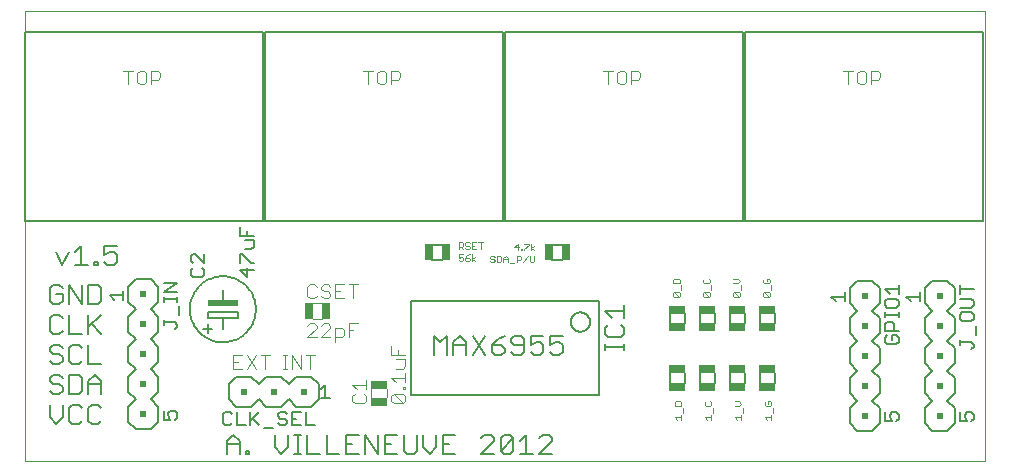
<source format=gto>
G75*
G70*
%OFA0B0*%
%FSLAX24Y24*%
%IPPOS*%
%LPD*%
%AMOC8*
5,1,8,0,0,1.08239X$1,22.5*
%
%ADD10C,0.0000*%
%ADD11C,0.0060*%
%ADD12C,0.0040*%
%ADD13C,0.0050*%
%ADD14C,0.0070*%
%ADD15R,0.0571X0.0295*%
%ADD16R,0.1000X0.0200*%
%ADD17R,0.0295X0.0571*%
%ADD18C,0.0020*%
%ADD19R,0.0256X0.0551*%
%ADD20R,0.0200X0.0200*%
%ADD21R,0.0551X0.0256*%
D10*
X000500Y000180D02*
X000500Y015176D01*
X032520Y015176D01*
X032520Y000180D01*
X000500Y000180D01*
D11*
X001544Y001410D02*
X001757Y001624D01*
X001757Y002051D01*
X001975Y001944D02*
X001975Y001517D01*
X002081Y001410D01*
X002295Y001410D01*
X002402Y001517D01*
X002619Y001517D02*
X002726Y001410D01*
X002939Y001410D01*
X003046Y001517D01*
X002619Y001517D02*
X002619Y001944D01*
X002726Y002051D01*
X002939Y002051D01*
X003046Y001944D01*
X002402Y001944D02*
X002295Y002051D01*
X002081Y002051D01*
X001975Y001944D01*
X001330Y002051D02*
X001330Y001624D01*
X001544Y001410D01*
X001650Y002410D02*
X001437Y002410D01*
X001330Y002517D01*
X001437Y002730D02*
X001650Y002730D01*
X001757Y002624D01*
X001757Y002517D01*
X001650Y002410D01*
X001975Y002410D02*
X002295Y002410D01*
X002402Y002517D01*
X002402Y002944D01*
X002295Y003051D01*
X001975Y003051D01*
X001975Y002410D01*
X001437Y002730D02*
X001330Y002837D01*
X001330Y002944D01*
X001437Y003051D01*
X001650Y003051D01*
X001757Y002944D01*
X001650Y003410D02*
X001437Y003410D01*
X001330Y003517D01*
X001650Y003410D02*
X001757Y003517D01*
X001757Y003624D01*
X001650Y003730D01*
X001437Y003730D01*
X001330Y003837D01*
X001330Y003944D01*
X001437Y004051D01*
X001650Y004051D01*
X001757Y003944D01*
X001975Y003944D02*
X002081Y004051D01*
X002295Y004051D01*
X002402Y003944D01*
X002619Y004051D02*
X002619Y003410D01*
X003046Y003410D01*
X002402Y003517D02*
X002295Y003410D01*
X002081Y003410D01*
X001975Y003517D01*
X001975Y003944D01*
X001975Y004410D02*
X002402Y004410D01*
X002619Y004410D02*
X002619Y005051D01*
X002619Y004624D02*
X003046Y005051D01*
X002726Y004730D02*
X003046Y004410D01*
X003950Y004480D02*
X004200Y004230D01*
X003950Y003980D01*
X003950Y003480D01*
X004200Y003230D01*
X003950Y002980D01*
X003950Y002480D01*
X004200Y002230D01*
X003950Y001980D01*
X003950Y001480D01*
X004200Y001230D01*
X004700Y001230D01*
X004950Y001480D01*
X004950Y001980D01*
X004700Y002230D01*
X004950Y002480D01*
X004950Y002980D01*
X004700Y003230D01*
X004950Y003480D01*
X004950Y003980D01*
X004700Y004230D01*
X004950Y004480D01*
X004950Y004980D01*
X004700Y005230D01*
X004950Y005480D01*
X004950Y005980D01*
X004700Y006230D01*
X004200Y006230D01*
X003950Y005980D01*
X003950Y005480D01*
X004200Y005230D01*
X003950Y004980D01*
X003950Y004480D01*
X002939Y005410D02*
X003046Y005517D01*
X003046Y005944D01*
X002939Y006051D01*
X002619Y006051D01*
X002619Y005410D01*
X002939Y005410D01*
X002402Y005410D02*
X002402Y006051D01*
X001975Y006051D02*
X002402Y005410D01*
X001975Y005410D02*
X001975Y006051D01*
X001757Y005944D02*
X001650Y006051D01*
X001437Y006051D01*
X001330Y005944D01*
X001330Y005517D01*
X001437Y005410D01*
X001650Y005410D01*
X001757Y005517D01*
X001757Y005730D01*
X001544Y005730D01*
X001650Y005051D02*
X001437Y005051D01*
X001330Y004944D01*
X001330Y004517D01*
X001437Y004410D01*
X001650Y004410D01*
X001757Y004517D01*
X001975Y004410D02*
X001975Y005051D01*
X001757Y004944D02*
X001650Y005051D01*
X001744Y006710D02*
X001957Y007137D01*
X002175Y007137D02*
X002388Y007351D01*
X002388Y006710D01*
X002175Y006710D02*
X002602Y006710D01*
X002819Y006710D02*
X002819Y006817D01*
X002926Y006817D01*
X002926Y006710D01*
X002819Y006710D01*
X003141Y006817D02*
X003248Y006710D01*
X003462Y006710D01*
X003568Y006817D01*
X003568Y007030D01*
X003462Y007137D01*
X003355Y007137D01*
X003141Y007030D01*
X003141Y007351D01*
X003568Y007351D01*
X001744Y006710D02*
X001530Y007137D01*
X006600Y005130D02*
X006600Y004930D01*
X007100Y004930D01*
X007600Y004930D01*
X007600Y005130D01*
X006600Y005130D01*
X006000Y005230D02*
X006002Y005296D01*
X006008Y005361D01*
X006018Y005426D01*
X006031Y005491D01*
X006049Y005554D01*
X006070Y005617D01*
X006095Y005677D01*
X006124Y005737D01*
X006156Y005794D01*
X006191Y005850D01*
X006230Y005903D01*
X006272Y005954D01*
X006316Y006002D01*
X006364Y006047D01*
X006414Y006090D01*
X006467Y006129D01*
X006522Y006166D01*
X006579Y006199D01*
X006638Y006228D01*
X006698Y006254D01*
X006760Y006276D01*
X006823Y006295D01*
X006887Y006309D01*
X006952Y006320D01*
X007018Y006327D01*
X007084Y006330D01*
X007149Y006329D01*
X007215Y006324D01*
X007280Y006315D01*
X007345Y006302D01*
X007408Y006286D01*
X007471Y006266D01*
X007532Y006241D01*
X007592Y006214D01*
X007650Y006183D01*
X007706Y006148D01*
X007760Y006110D01*
X007811Y006069D01*
X007860Y006025D01*
X007906Y005978D01*
X007950Y005929D01*
X007990Y005877D01*
X008027Y005822D01*
X008061Y005766D01*
X008091Y005707D01*
X008118Y005647D01*
X008141Y005586D01*
X008160Y005523D01*
X008176Y005459D01*
X008188Y005394D01*
X008196Y005329D01*
X008200Y005263D01*
X008200Y005197D01*
X008196Y005131D01*
X008188Y005066D01*
X008176Y005001D01*
X008160Y004937D01*
X008141Y004874D01*
X008118Y004813D01*
X008091Y004753D01*
X008061Y004694D01*
X008027Y004638D01*
X007990Y004583D01*
X007950Y004531D01*
X007906Y004482D01*
X007860Y004435D01*
X007811Y004391D01*
X007760Y004350D01*
X007706Y004312D01*
X007650Y004277D01*
X007592Y004246D01*
X007532Y004219D01*
X007471Y004194D01*
X007408Y004174D01*
X007345Y004158D01*
X007280Y004145D01*
X007215Y004136D01*
X007149Y004131D01*
X007084Y004130D01*
X007018Y004133D01*
X006952Y004140D01*
X006887Y004151D01*
X006823Y004165D01*
X006760Y004184D01*
X006698Y004206D01*
X006638Y004232D01*
X006579Y004261D01*
X006522Y004294D01*
X006467Y004331D01*
X006414Y004370D01*
X006364Y004413D01*
X006316Y004458D01*
X006272Y004506D01*
X006230Y004557D01*
X006191Y004610D01*
X006156Y004666D01*
X006124Y004723D01*
X006095Y004783D01*
X006070Y004843D01*
X006049Y004906D01*
X006031Y004969D01*
X006018Y005034D01*
X006008Y005099D01*
X006002Y005164D01*
X006000Y005230D01*
X007100Y005480D02*
X007100Y005880D01*
X007100Y004930D02*
X007100Y004580D01*
X006750Y004580D02*
X006600Y004580D01*
X006450Y004580D01*
X006600Y004580D02*
X006600Y004430D01*
X006600Y004580D02*
X006600Y004730D01*
X007550Y002980D02*
X008050Y002980D01*
X008300Y002730D01*
X008550Y002980D01*
X009050Y002980D01*
X009300Y002730D01*
X009550Y002980D01*
X010050Y002980D01*
X010300Y002730D01*
X010300Y002230D01*
X010050Y001980D01*
X009550Y001980D01*
X009300Y002230D01*
X009050Y001980D01*
X008550Y001980D01*
X008300Y002230D01*
X008050Y001980D01*
X007550Y001980D01*
X007300Y002230D01*
X007300Y002730D01*
X007550Y002980D01*
X007444Y001051D02*
X007657Y000837D01*
X007657Y000410D01*
X007875Y000410D02*
X007875Y000517D01*
X007981Y000517D01*
X007981Y000410D01*
X007875Y000410D01*
X007657Y000730D02*
X007230Y000730D01*
X007230Y000837D02*
X007444Y001051D01*
X007230Y000837D02*
X007230Y000410D01*
X008841Y000624D02*
X009055Y000410D01*
X009268Y000624D01*
X009268Y001051D01*
X009486Y001051D02*
X009699Y001051D01*
X009593Y001051D02*
X009593Y000410D01*
X009699Y000410D02*
X009486Y000410D01*
X009916Y000410D02*
X010343Y000410D01*
X010560Y000410D02*
X010987Y000410D01*
X011205Y000410D02*
X011632Y000410D01*
X011849Y000410D02*
X011849Y001051D01*
X012276Y000410D01*
X012276Y001051D01*
X012494Y001051D02*
X012494Y000410D01*
X012921Y000410D01*
X013138Y000517D02*
X013245Y000410D01*
X013459Y000410D01*
X013565Y000517D01*
X013565Y001051D01*
X013783Y001051D02*
X013783Y000624D01*
X013996Y000410D01*
X014210Y000624D01*
X014210Y001051D01*
X014427Y001051D02*
X014427Y000410D01*
X014855Y000410D01*
X014641Y000730D02*
X014427Y000730D01*
X014427Y001051D02*
X014855Y001051D01*
X015717Y000944D02*
X015823Y001051D01*
X016037Y001051D01*
X016144Y000944D01*
X016144Y000837D01*
X015717Y000410D01*
X016144Y000410D01*
X016361Y000517D02*
X016788Y000944D01*
X016788Y000517D01*
X016681Y000410D01*
X016468Y000410D01*
X016361Y000517D01*
X016361Y000944D01*
X016468Y001051D01*
X016681Y001051D01*
X016788Y000944D01*
X017006Y000837D02*
X017219Y001051D01*
X017219Y000410D01*
X017006Y000410D02*
X017433Y000410D01*
X017650Y000410D02*
X018077Y000837D01*
X018077Y000944D01*
X017970Y001051D01*
X017757Y001051D01*
X017650Y000944D01*
X017650Y000410D02*
X018077Y000410D01*
X019625Y002375D02*
X019625Y005513D01*
X013375Y005513D01*
X013375Y002375D01*
X019625Y002375D01*
X022000Y002769D02*
X022000Y003091D01*
X022500Y003091D02*
X022500Y002769D01*
X023000Y002769D02*
X023000Y003091D01*
X023500Y003091D02*
X023500Y002769D01*
X024000Y002769D02*
X024000Y003091D01*
X024500Y003091D02*
X024500Y002769D01*
X025000Y002769D02*
X025000Y003091D01*
X025500Y003091D02*
X025500Y002769D01*
X028000Y002930D02*
X028000Y002430D01*
X028250Y002180D01*
X028000Y001930D01*
X028000Y001430D01*
X028250Y001180D01*
X028750Y001180D01*
X029000Y001430D01*
X029000Y001930D01*
X028750Y002180D01*
X029000Y002430D01*
X029000Y002930D01*
X028750Y003180D01*
X029000Y003430D01*
X029000Y003930D01*
X028750Y004180D01*
X029000Y004430D01*
X029000Y004930D01*
X028750Y005180D01*
X029000Y005430D01*
X029000Y005930D01*
X028750Y006180D01*
X028250Y006180D01*
X028000Y005930D01*
X028000Y005430D01*
X028250Y005180D01*
X028000Y004930D01*
X028000Y004430D01*
X028250Y004180D01*
X028000Y003930D01*
X028000Y003430D01*
X028250Y003180D01*
X028000Y002930D01*
X030500Y002930D02*
X030500Y002430D01*
X030750Y002180D01*
X030500Y001930D01*
X030500Y001430D01*
X030750Y001180D01*
X031250Y001180D01*
X031500Y001430D01*
X031500Y001930D01*
X031250Y002180D01*
X031500Y002430D01*
X031500Y002930D01*
X031250Y003180D01*
X031500Y003430D01*
X031500Y003930D01*
X031250Y004180D01*
X031500Y004430D01*
X031500Y004930D01*
X031250Y005180D01*
X031500Y005430D01*
X031500Y005930D01*
X031250Y006180D01*
X030750Y006180D01*
X030500Y005930D01*
X030500Y005430D01*
X030750Y005180D01*
X030500Y004930D01*
X030500Y004430D01*
X030750Y004180D01*
X030500Y003930D01*
X030500Y003430D01*
X030750Y003180D01*
X030500Y002930D01*
X025500Y004769D02*
X025500Y005091D01*
X025000Y005091D02*
X025000Y004769D01*
X024500Y004769D02*
X024500Y005091D01*
X024000Y005091D02*
X024000Y004769D01*
X023500Y004769D02*
X023500Y005091D01*
X023000Y005091D02*
X023000Y004769D01*
X022500Y004769D02*
X022500Y005091D01*
X022000Y005091D02*
X022000Y004769D01*
X018705Y004805D02*
X018707Y004840D01*
X018713Y004875D01*
X018722Y004909D01*
X018736Y004942D01*
X018752Y004973D01*
X018772Y005002D01*
X018796Y005028D01*
X018822Y005052D01*
X018850Y005073D01*
X018881Y005091D01*
X018913Y005105D01*
X018946Y005115D01*
X018981Y005122D01*
X019016Y005125D01*
X019051Y005124D01*
X019086Y005119D01*
X019121Y005110D01*
X019154Y005098D01*
X019185Y005082D01*
X019215Y005063D01*
X019242Y005040D01*
X019266Y005015D01*
X019288Y004987D01*
X019306Y004957D01*
X019321Y004925D01*
X019333Y004892D01*
X019341Y004858D01*
X019345Y004823D01*
X019345Y004787D01*
X019341Y004752D01*
X019333Y004718D01*
X019321Y004685D01*
X019306Y004653D01*
X019288Y004623D01*
X019266Y004595D01*
X019242Y004570D01*
X019215Y004547D01*
X019185Y004528D01*
X019154Y004512D01*
X019121Y004500D01*
X019086Y004491D01*
X019051Y004486D01*
X019016Y004485D01*
X018981Y004488D01*
X018946Y004495D01*
X018913Y004505D01*
X018881Y004519D01*
X018850Y004537D01*
X018822Y004558D01*
X018796Y004582D01*
X018772Y004608D01*
X018752Y004637D01*
X018736Y004668D01*
X018722Y004701D01*
X018713Y004735D01*
X018707Y004770D01*
X018705Y004805D01*
X018411Y006880D02*
X018089Y006880D01*
X018089Y007380D02*
X018411Y007380D01*
X014411Y007380D02*
X014089Y007380D01*
X014089Y006880D02*
X014411Y006880D01*
X003046Y002837D02*
X003046Y002410D01*
X002619Y002410D02*
X002619Y002837D01*
X002833Y003051D01*
X003046Y002837D01*
X003046Y002730D02*
X002619Y002730D01*
X008841Y001051D02*
X008841Y000624D01*
X009916Y000410D02*
X009916Y001051D01*
X010560Y001051D02*
X010560Y000410D01*
X011205Y000410D02*
X011205Y001051D01*
X011632Y001051D01*
X011418Y000730D02*
X011205Y000730D01*
X012494Y000730D02*
X012707Y000730D01*
X012921Y001051D02*
X012494Y001051D01*
X013138Y001051D02*
X013138Y000517D01*
D12*
X013103Y002100D02*
X012796Y002100D01*
X012720Y002177D01*
X012720Y002330D01*
X012796Y002407D01*
X013103Y002100D01*
X013180Y002177D01*
X013180Y002330D01*
X013103Y002407D01*
X012796Y002407D01*
X012560Y002290D02*
X012560Y002580D01*
X012873Y002791D02*
X012720Y002944D01*
X013180Y002944D01*
X013180Y002791D02*
X013180Y003098D01*
X013103Y003251D02*
X012873Y003251D01*
X013103Y003251D02*
X013180Y003328D01*
X013180Y003558D01*
X012873Y003558D01*
X012950Y003711D02*
X012950Y003865D01*
X013180Y003711D02*
X012720Y003711D01*
X012720Y004018D01*
X011455Y004530D02*
X011301Y004530D01*
X011148Y004530D02*
X011148Y004377D01*
X011071Y004300D01*
X010841Y004300D01*
X010841Y004147D02*
X010841Y004607D01*
X011071Y004607D01*
X011148Y004530D01*
X011301Y004300D02*
X011301Y004760D01*
X011608Y004760D01*
X010687Y004684D02*
X010687Y004607D01*
X010380Y004300D01*
X010687Y004300D01*
X010227Y004300D02*
X009920Y004300D01*
X010227Y004607D01*
X010227Y004684D01*
X010150Y004760D01*
X009997Y004760D01*
X009920Y004684D01*
X010380Y004684D02*
X010457Y004760D01*
X010611Y004760D01*
X010687Y004684D01*
X010400Y004920D02*
X010110Y004920D01*
X010100Y005440D02*
X010400Y005440D01*
X010457Y005600D02*
X010380Y005677D01*
X010457Y005600D02*
X010611Y005600D01*
X010687Y005677D01*
X010687Y005753D01*
X010611Y005830D01*
X010457Y005830D01*
X010380Y005907D01*
X010380Y005984D01*
X010457Y006060D01*
X010611Y006060D01*
X010687Y005984D01*
X010841Y006060D02*
X010841Y005600D01*
X011148Y005600D01*
X010994Y005830D02*
X010841Y005830D01*
X010841Y006060D02*
X011148Y006060D01*
X011301Y006060D02*
X011608Y006060D01*
X011455Y006060D02*
X011455Y005600D01*
X010227Y005677D02*
X010150Y005600D01*
X009997Y005600D01*
X009920Y005677D01*
X009920Y005984D01*
X009997Y006060D01*
X010150Y006060D01*
X010227Y005984D01*
X010167Y003710D02*
X009860Y003710D01*
X010013Y003710D02*
X010013Y003250D01*
X009706Y003250D02*
X009706Y003710D01*
X009399Y003710D02*
X009706Y003250D01*
X009399Y003250D02*
X009399Y003710D01*
X009246Y003710D02*
X009092Y003710D01*
X009169Y003710D02*
X009169Y003250D01*
X009092Y003250D02*
X009246Y003250D01*
X008513Y003250D02*
X008513Y003710D01*
X008360Y003710D02*
X008667Y003710D01*
X008206Y003710D02*
X007899Y003250D01*
X007746Y003250D02*
X007439Y003250D01*
X007439Y003710D01*
X007746Y003710D01*
X007899Y003710D02*
X008206Y003250D01*
X007592Y003480D02*
X007439Y003480D01*
X011420Y002714D02*
X011880Y002714D01*
X011880Y002867D02*
X011880Y002560D01*
X012040Y002580D02*
X012040Y002280D01*
X011880Y002330D02*
X011880Y002177D01*
X011803Y002100D01*
X011496Y002100D01*
X011420Y002177D01*
X011420Y002330D01*
X011496Y002407D01*
X011573Y002560D02*
X011420Y002714D01*
X011803Y002407D02*
X011880Y002330D01*
X013103Y002560D02*
X013103Y002637D01*
X013180Y002637D01*
X013180Y002560D01*
X013103Y002560D01*
X012709Y012728D02*
X012709Y013188D01*
X012939Y013188D01*
X013015Y013111D01*
X013015Y012958D01*
X012939Y012881D01*
X012709Y012881D01*
X012555Y012804D02*
X012555Y013111D01*
X012478Y013188D01*
X012325Y013188D01*
X012248Y013111D01*
X012248Y012804D01*
X012325Y012728D01*
X012478Y012728D01*
X012555Y012804D01*
X012095Y013188D02*
X011788Y013188D01*
X011941Y013188D02*
X011941Y012728D01*
X005015Y012958D02*
X004939Y012881D01*
X004709Y012881D01*
X004709Y012728D02*
X004709Y013188D01*
X004939Y013188D01*
X005015Y013111D01*
X005015Y012958D01*
X004555Y013111D02*
X004555Y012804D01*
X004478Y012728D01*
X004325Y012728D01*
X004248Y012804D01*
X004248Y013111D01*
X004325Y013188D01*
X004478Y013188D01*
X004555Y013111D01*
X004095Y013188D02*
X003788Y013188D01*
X003941Y013188D02*
X003941Y012728D01*
X019788Y013188D02*
X020095Y013188D01*
X019941Y013188D02*
X019941Y012728D01*
X020248Y012804D02*
X020325Y012728D01*
X020478Y012728D01*
X020555Y012804D01*
X020555Y013111D01*
X020478Y013188D01*
X020325Y013188D01*
X020248Y013111D01*
X020248Y012804D01*
X020709Y012728D02*
X020709Y013188D01*
X020939Y013188D01*
X021015Y013111D01*
X021015Y012958D01*
X020939Y012881D01*
X020709Y012881D01*
X027788Y013188D02*
X028095Y013188D01*
X027941Y013188D02*
X027941Y012728D01*
X028248Y012804D02*
X028325Y012728D01*
X028478Y012728D01*
X028555Y012804D01*
X028555Y013111D01*
X028478Y013188D01*
X028325Y013188D01*
X028248Y013111D01*
X028248Y012804D01*
X028709Y012728D02*
X028709Y013188D01*
X028939Y013188D01*
X029015Y013111D01*
X029015Y012958D01*
X028939Y012881D01*
X028709Y012881D01*
D13*
X032453Y014479D02*
X024500Y014479D01*
X024500Y008180D01*
X032453Y008180D01*
X032453Y014479D01*
X024453Y014479D02*
X016500Y014479D01*
X016500Y008180D01*
X024453Y008180D01*
X024453Y014479D01*
X016453Y014479D02*
X008500Y014479D01*
X008500Y008180D01*
X016453Y008180D01*
X016453Y014479D01*
X008453Y014479D02*
X000500Y014479D01*
X000500Y008180D01*
X008453Y008180D01*
X008453Y014479D01*
X007675Y007986D02*
X007675Y007686D01*
X008125Y007686D01*
X007900Y007686D02*
X007900Y007836D01*
X007825Y007526D02*
X008125Y007526D01*
X008125Y007301D01*
X008050Y007226D01*
X007825Y007226D01*
X007750Y007066D02*
X008050Y006765D01*
X008125Y006765D01*
X007900Y006605D02*
X007900Y006305D01*
X007675Y006530D01*
X008125Y006530D01*
X007675Y006765D02*
X007675Y007066D01*
X007750Y007066D01*
X006475Y007066D02*
X006475Y006765D01*
X006175Y007066D01*
X006100Y007066D01*
X006025Y006991D01*
X006025Y006840D01*
X006100Y006765D01*
X006100Y006605D02*
X006025Y006530D01*
X006025Y006380D01*
X006100Y006305D01*
X006400Y006305D01*
X006475Y006380D01*
X006475Y006530D01*
X006400Y006605D01*
X005575Y006095D02*
X005125Y006095D01*
X005125Y005795D02*
X005575Y006095D01*
X005575Y005795D02*
X005125Y005795D01*
X005125Y005638D02*
X005125Y005488D01*
X005125Y005563D02*
X005575Y005563D01*
X005575Y005488D02*
X005575Y005638D01*
X005650Y005328D02*
X005650Y005027D01*
X005500Y004792D02*
X005125Y004792D01*
X005125Y004717D02*
X005125Y004867D01*
X005500Y004792D02*
X005575Y004717D01*
X005575Y004642D01*
X005500Y004567D01*
X003775Y005545D02*
X003775Y005845D01*
X003775Y005695D02*
X003325Y005695D01*
X003475Y005545D01*
X010365Y002555D02*
X010515Y002705D01*
X010515Y002255D01*
X010365Y002255D02*
X010665Y002255D01*
X009865Y001805D02*
X009865Y001355D01*
X010165Y001355D01*
X009704Y001355D02*
X009404Y001355D01*
X009404Y001805D01*
X009704Y001805D01*
X009554Y001580D02*
X009404Y001580D01*
X009244Y001505D02*
X009169Y001580D01*
X009019Y001580D01*
X008944Y001655D01*
X008944Y001730D01*
X009019Y001805D01*
X009169Y001805D01*
X009244Y001730D01*
X009244Y001505D02*
X009244Y001430D01*
X009169Y001355D01*
X009019Y001355D01*
X008944Y001430D01*
X008784Y001280D02*
X008483Y001280D01*
X008323Y001355D02*
X008098Y001580D01*
X008023Y001505D02*
X008323Y001805D01*
X008023Y001805D02*
X008023Y001355D01*
X007863Y001355D02*
X007563Y001355D01*
X007563Y001805D01*
X007403Y001730D02*
X007327Y001805D01*
X007177Y001805D01*
X007102Y001730D01*
X007102Y001430D01*
X007177Y001355D01*
X007327Y001355D01*
X007403Y001430D01*
X005575Y001620D02*
X005500Y001545D01*
X005575Y001620D02*
X005575Y001770D01*
X005500Y001845D01*
X005350Y001845D01*
X005275Y001770D01*
X005275Y001695D01*
X005350Y001545D01*
X005125Y001545D01*
X005125Y001845D01*
X027375Y005645D02*
X027825Y005645D01*
X027825Y005495D02*
X027825Y005795D01*
X027525Y005495D02*
X027375Y005645D01*
X029175Y005509D02*
X029175Y005359D01*
X029250Y005284D01*
X029550Y005284D01*
X029625Y005359D01*
X029625Y005509D01*
X029550Y005584D01*
X029250Y005584D01*
X029175Y005509D01*
X029325Y005745D02*
X029175Y005895D01*
X029625Y005895D01*
X029625Y005745D02*
X029625Y006045D01*
X030325Y005795D02*
X030325Y005495D01*
X030325Y005645D02*
X029875Y005645D01*
X030025Y005495D01*
X029625Y005127D02*
X029625Y004977D01*
X029625Y005052D02*
X029175Y005052D01*
X029175Y004977D02*
X029175Y005127D01*
X029250Y004817D02*
X029400Y004817D01*
X029475Y004742D01*
X029475Y004517D01*
X029625Y004517D02*
X029175Y004517D01*
X029175Y004742D01*
X029250Y004817D01*
X029250Y004357D02*
X029175Y004282D01*
X029175Y004132D01*
X029250Y004056D01*
X029550Y004056D01*
X029625Y004132D01*
X029625Y004282D01*
X029550Y004357D01*
X029400Y004357D01*
X029400Y004207D01*
X031675Y004203D02*
X031675Y004053D01*
X031675Y004128D02*
X032050Y004128D01*
X032125Y004053D01*
X032125Y003978D01*
X032050Y003903D01*
X032200Y004363D02*
X032200Y004664D01*
X032050Y004824D02*
X031750Y004824D01*
X031675Y004899D01*
X031675Y005049D01*
X031750Y005124D01*
X032050Y005124D01*
X032125Y005049D01*
X032125Y004899D01*
X032050Y004824D01*
X032050Y005284D02*
X031675Y005284D01*
X031675Y005584D02*
X032050Y005584D01*
X032125Y005509D01*
X032125Y005359D01*
X032050Y005284D01*
X031675Y005745D02*
X031675Y006045D01*
X031675Y005895D02*
X032125Y005895D01*
X032050Y001795D02*
X031900Y001795D01*
X031825Y001720D01*
X031825Y001645D01*
X031900Y001495D01*
X031675Y001495D01*
X031675Y001795D01*
X032050Y001795D02*
X032125Y001720D01*
X032125Y001570D01*
X032050Y001495D01*
X029625Y001570D02*
X029550Y001495D01*
X029625Y001570D02*
X029625Y001720D01*
X029550Y001795D01*
X029400Y001795D01*
X029325Y001720D01*
X029325Y001645D01*
X029400Y001495D01*
X029175Y001495D01*
X029175Y001795D01*
D14*
X020480Y003871D02*
X020480Y004081D01*
X020480Y003976D02*
X019849Y003976D01*
X019849Y003871D02*
X019849Y004081D01*
X019955Y004301D02*
X019849Y004406D01*
X019849Y004616D01*
X019955Y004721D01*
X020375Y004721D02*
X020480Y004616D01*
X020480Y004406D01*
X020375Y004301D01*
X019955Y004301D01*
X020060Y004945D02*
X019849Y005156D01*
X020480Y005156D01*
X020480Y005366D02*
X020480Y004945D01*
X018426Y004341D02*
X018005Y004341D01*
X018005Y004025D01*
X018216Y004130D01*
X018321Y004130D01*
X018426Y004025D01*
X018426Y003815D01*
X018321Y003710D01*
X018111Y003710D01*
X018005Y003815D01*
X017781Y003815D02*
X017676Y003710D01*
X017466Y003710D01*
X017361Y003815D01*
X017137Y003815D02*
X017137Y004235D01*
X017032Y004341D01*
X016821Y004341D01*
X016716Y004235D01*
X016716Y004130D01*
X016821Y004025D01*
X017137Y004025D01*
X017361Y004025D02*
X017571Y004130D01*
X017676Y004130D01*
X017781Y004025D01*
X017781Y003815D01*
X017361Y004025D02*
X017361Y004341D01*
X017781Y004341D01*
X017137Y003815D02*
X017032Y003710D01*
X016821Y003710D01*
X016716Y003815D01*
X016492Y003815D02*
X016492Y003920D01*
X016387Y004025D01*
X016072Y004025D01*
X016072Y003815D01*
X016177Y003710D01*
X016387Y003710D01*
X016492Y003815D01*
X016282Y004235D02*
X016072Y004025D01*
X016282Y004235D02*
X016492Y004341D01*
X015848Y004341D02*
X015427Y003710D01*
X015203Y003710D02*
X015203Y004130D01*
X014993Y004341D01*
X014783Y004130D01*
X014783Y003710D01*
X014559Y003710D02*
X014559Y004341D01*
X014348Y004130D01*
X014138Y004341D01*
X014138Y003710D01*
X014783Y004025D02*
X015203Y004025D01*
X015427Y004341D02*
X015848Y003710D01*
D15*
X012300Y002718D03*
X012300Y002148D03*
D16*
X007100Y005430D03*
D17*
X009968Y005180D03*
X010538Y005180D03*
D18*
X014960Y006877D02*
X014997Y006840D01*
X015070Y006840D01*
X015107Y006877D01*
X015107Y006950D01*
X015070Y006987D01*
X015033Y006987D01*
X014960Y006950D01*
X014960Y007060D01*
X015107Y007060D01*
X015181Y006950D02*
X015291Y006950D01*
X015328Y006913D01*
X015328Y006877D01*
X015291Y006840D01*
X015218Y006840D01*
X015181Y006877D01*
X015181Y006950D01*
X015254Y007023D01*
X015328Y007060D01*
X015402Y007060D02*
X015402Y006840D01*
X015402Y006913D02*
X015512Y006840D01*
X015402Y006913D02*
X015512Y006987D01*
X016013Y006983D02*
X016013Y006947D01*
X016050Y006910D01*
X016123Y006910D01*
X016160Y006873D01*
X016160Y006837D01*
X016123Y006800D01*
X016050Y006800D01*
X016013Y006837D01*
X016013Y006983D02*
X016050Y007020D01*
X016123Y007020D01*
X016160Y006983D01*
X016234Y007020D02*
X016344Y007020D01*
X016381Y006983D01*
X016381Y006837D01*
X016344Y006800D01*
X016234Y006800D01*
X016234Y007020D01*
X016455Y006947D02*
X016455Y006800D01*
X016455Y006910D02*
X016602Y006910D01*
X016602Y006947D02*
X016602Y006800D01*
X016676Y006763D02*
X016823Y006763D01*
X016897Y006800D02*
X016897Y007020D01*
X017007Y007020D01*
X017044Y006983D01*
X017044Y006910D01*
X017007Y006873D01*
X016897Y006873D01*
X017118Y006800D02*
X017265Y007020D01*
X017339Y007020D02*
X017339Y006837D01*
X017376Y006800D01*
X017449Y006800D01*
X017486Y006837D01*
X017486Y007020D01*
X017486Y007200D02*
X017376Y007273D01*
X017486Y007347D01*
X017376Y007420D02*
X017376Y007200D01*
X017302Y007383D02*
X017155Y007237D01*
X017155Y007200D01*
X017081Y007200D02*
X017044Y007200D01*
X017044Y007237D01*
X017081Y007237D01*
X017081Y007200D01*
X016933Y007200D02*
X016933Y007420D01*
X016823Y007310D01*
X016970Y007310D01*
X017155Y007420D02*
X017302Y007420D01*
X017302Y007383D01*
X016602Y006947D02*
X016528Y007020D01*
X016455Y006947D01*
X015696Y007240D02*
X015696Y007460D01*
X015623Y007460D02*
X015770Y007460D01*
X015549Y007460D02*
X015402Y007460D01*
X015402Y007240D01*
X015549Y007240D01*
X015475Y007350D02*
X015402Y007350D01*
X015328Y007313D02*
X015328Y007277D01*
X015291Y007240D01*
X015218Y007240D01*
X015181Y007277D01*
X015218Y007350D02*
X015291Y007350D01*
X015328Y007313D01*
X015328Y007423D02*
X015291Y007460D01*
X015218Y007460D01*
X015181Y007423D01*
X015181Y007387D01*
X015218Y007350D01*
X015107Y007350D02*
X015070Y007313D01*
X014960Y007313D01*
X014960Y007240D02*
X014960Y007460D01*
X015070Y007460D01*
X015107Y007423D01*
X015107Y007350D01*
X015033Y007313D02*
X015107Y007240D01*
X022110Y006215D02*
X022110Y006100D01*
X022340Y006100D01*
X022340Y006215D01*
X022302Y006254D01*
X022148Y006254D01*
X022110Y006215D01*
X022378Y006024D02*
X022378Y005870D01*
X022302Y005793D02*
X022148Y005793D01*
X022302Y005640D01*
X022340Y005678D01*
X022340Y005755D01*
X022302Y005793D01*
X022302Y005640D02*
X022148Y005640D01*
X022110Y005678D01*
X022110Y005755D01*
X022148Y005793D01*
X023110Y005755D02*
X023110Y005678D01*
X023148Y005640D01*
X023302Y005640D01*
X023148Y005793D01*
X023302Y005793D01*
X023340Y005755D01*
X023340Y005678D01*
X023302Y005640D01*
X023148Y005793D02*
X023110Y005755D01*
X023378Y005870D02*
X023378Y006024D01*
X023302Y006100D02*
X023340Y006139D01*
X023340Y006215D01*
X023302Y006254D01*
X023302Y006100D02*
X023148Y006100D01*
X023110Y006139D01*
X023110Y006215D01*
X023148Y006254D01*
X024110Y006254D02*
X024263Y006254D01*
X024340Y006177D01*
X024263Y006100D01*
X024110Y006100D01*
X024378Y006024D02*
X024378Y005870D01*
X024302Y005793D02*
X024148Y005793D01*
X024302Y005640D01*
X024340Y005678D01*
X024340Y005755D01*
X024302Y005793D01*
X024302Y005640D02*
X024148Y005640D01*
X024110Y005678D01*
X024110Y005755D01*
X024148Y005793D01*
X025110Y005755D02*
X025110Y005678D01*
X025148Y005640D01*
X025302Y005640D01*
X025148Y005793D01*
X025302Y005793D01*
X025340Y005755D01*
X025340Y005678D01*
X025302Y005640D01*
X025148Y005793D02*
X025110Y005755D01*
X025378Y005870D02*
X025378Y006024D01*
X025302Y006100D02*
X025340Y006139D01*
X025340Y006215D01*
X025302Y006254D01*
X025225Y006254D01*
X025225Y006177D01*
X025148Y006100D02*
X025302Y006100D01*
X025148Y006100D02*
X025110Y006139D01*
X025110Y006215D01*
X025148Y006254D01*
X025198Y002163D02*
X025160Y002125D01*
X025160Y002048D01*
X025198Y002010D01*
X025352Y002010D01*
X025390Y002048D01*
X025390Y002125D01*
X025352Y002163D01*
X025275Y002163D01*
X025275Y002087D01*
X025428Y001933D02*
X025428Y001780D01*
X025390Y001703D02*
X025390Y001549D01*
X025390Y001626D02*
X025160Y001626D01*
X025237Y001549D01*
X024428Y001780D02*
X024428Y001933D01*
X024313Y002010D02*
X024160Y002010D01*
X024160Y002163D02*
X024313Y002163D01*
X024390Y002087D01*
X024313Y002010D01*
X024390Y001703D02*
X024390Y001549D01*
X024390Y001626D02*
X024160Y001626D01*
X024237Y001549D01*
X023428Y001780D02*
X023428Y001933D01*
X023352Y002010D02*
X023198Y002010D01*
X023160Y002048D01*
X023160Y002125D01*
X023198Y002163D01*
X023352Y002163D02*
X023390Y002125D01*
X023390Y002048D01*
X023352Y002010D01*
X023390Y001703D02*
X023390Y001549D01*
X023390Y001626D02*
X023160Y001626D01*
X023237Y001549D01*
X022428Y001780D02*
X022428Y001933D01*
X022390Y002010D02*
X022160Y002010D01*
X022160Y002125D01*
X022198Y002163D01*
X022352Y002163D01*
X022390Y002125D01*
X022390Y002010D01*
X022390Y001703D02*
X022390Y001549D01*
X022390Y001626D02*
X022160Y001626D01*
X022237Y001549D01*
D19*
X018542Y007129D03*
X017962Y007129D03*
X014538Y007131D03*
X013958Y007131D03*
D20*
X004450Y005730D03*
X004450Y004730D03*
X004450Y003730D03*
X004450Y002730D03*
X004450Y001730D03*
X007800Y002480D03*
X008800Y002480D03*
X009800Y002480D03*
X028500Y002680D03*
X028500Y003680D03*
X028500Y004680D03*
X028500Y005680D03*
X031000Y005680D03*
X031000Y004680D03*
X031000Y003680D03*
X031000Y002680D03*
X031000Y001680D03*
X028500Y001680D03*
D21*
X025251Y002642D03*
X025251Y003222D03*
X024251Y003222D03*
X024251Y002642D03*
X023251Y002642D03*
X023251Y003222D03*
X022251Y003222D03*
X022251Y002642D03*
X022249Y004638D03*
X022249Y005218D03*
X023249Y005218D03*
X023249Y004638D03*
X024249Y004638D03*
X024249Y005218D03*
X025249Y005218D03*
X025249Y004638D03*
M02*

</source>
